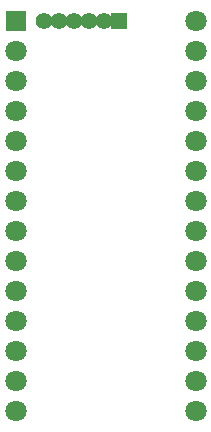
<source format=gbs>
G04 (created by PCBNEW-RS274X (2012-apr-16-27)-stable) date So 08 Sep 2013 13:16:25 CEST*
G01*
G70*
G90*
%MOIN*%
G04 Gerber Fmt 3.4, Leading zero omitted, Abs format*
%FSLAX34Y34*%
G04 APERTURE LIST*
%ADD10C,0.006000*%
%ADD11R,0.071000X0.071000*%
%ADD12C,0.071000*%
%ADD13R,0.056000X0.056000*%
%ADD14C,0.056000*%
G04 APERTURE END LIST*
G54D10*
G54D11*
X55000Y-31500D03*
G54D12*
X55000Y-32500D03*
X55000Y-33500D03*
X55000Y-34500D03*
X55000Y-35500D03*
X55000Y-36500D03*
X55000Y-37500D03*
X55000Y-38500D03*
X55000Y-39500D03*
X55000Y-40500D03*
X55000Y-41500D03*
X55000Y-42500D03*
X55000Y-43500D03*
X55000Y-44500D03*
X61000Y-44500D03*
X61000Y-43500D03*
X61000Y-42500D03*
X61000Y-41500D03*
X61000Y-40500D03*
X61000Y-39500D03*
X61000Y-38500D03*
X61000Y-37500D03*
X61000Y-36500D03*
X61000Y-35500D03*
X61000Y-34500D03*
X61000Y-33500D03*
X61000Y-32500D03*
X61000Y-31500D03*
G54D13*
X58450Y-31500D03*
G54D14*
X57950Y-31500D03*
X57450Y-31500D03*
X56950Y-31500D03*
X56450Y-31500D03*
X55950Y-31500D03*
M02*

</source>
